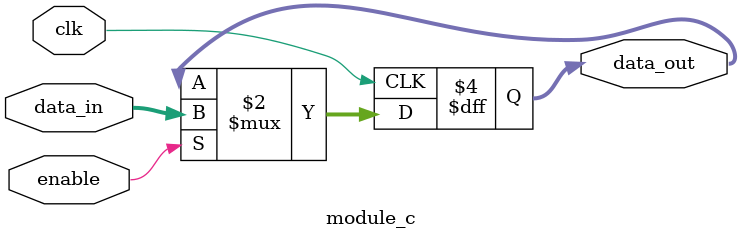
<source format=sv>

module module_c (
  input logic clk,
  input logic enable,
  input logic [3:0] data_in,
  output logic [3:0] data_out
);
  
  always_ff @(posedge clk) begin
    if (enable) begin
      data_out <= data_in;
    end
  end
  
endmodule


</source>
